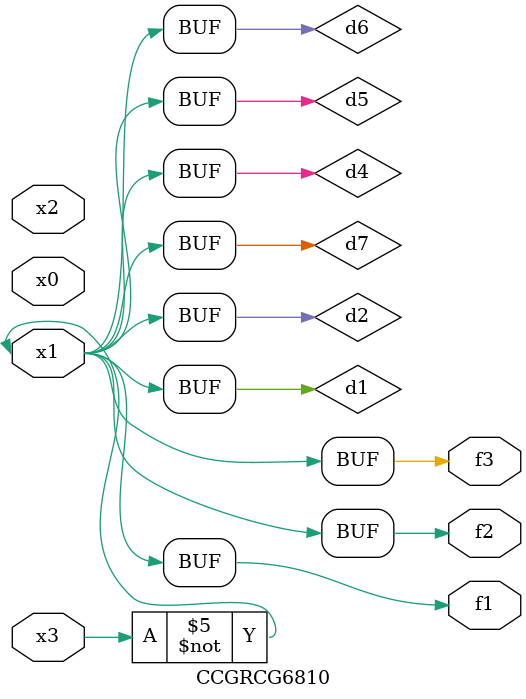
<source format=v>
module CCGRCG6810(
	input x0, x1, x2, x3,
	output f1, f2, f3
);

	wire d1, d2, d3, d4, d5, d6, d7;

	not (d1, x3);
	buf (d2, x1);
	xnor (d3, d1, d2);
	nor (d4, d1);
	buf (d5, d1, d2);
	buf (d6, d4, d5);
	nand (d7, d4);
	assign f1 = d6;
	assign f2 = d7;
	assign f3 = d6;
endmodule

</source>
